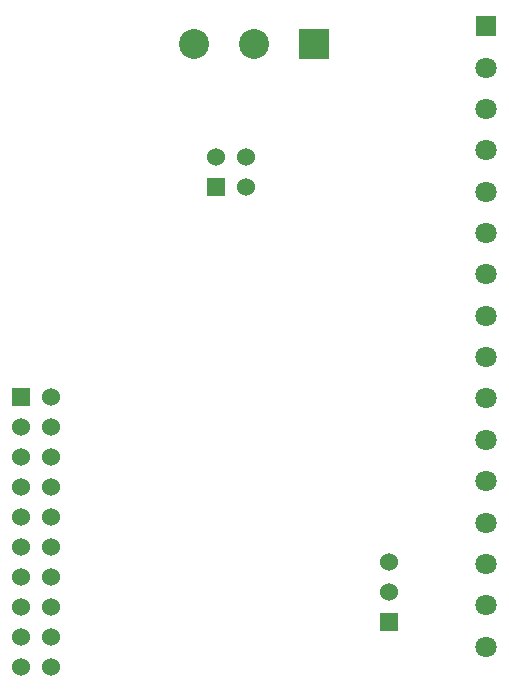
<source format=gbs>
G04 (created by PCBNEW (2013-07-07 BZR 4022)-stable) date 9/20/2014 6:20:16 AM*
%MOIN*%
G04 Gerber Fmt 3.4, Leading zero omitted, Abs format*
%FSLAX34Y34*%
G01*
G70*
G90*
G04 APERTURE LIST*
%ADD10C,0.00590551*%
%ADD11R,0.06X0.06*%
%ADD12C,0.06*%
%ADD13R,0.1X0.1*%
%ADD14C,0.1*%
%ADD15C,0.0708661*%
%ADD16R,0.0708661X0.0708661*%
G04 APERTURE END LIST*
G54D10*
G54D11*
X82250Y-57500D03*
G54D12*
X82250Y-56500D03*
X82250Y-55500D03*
G54D11*
X70000Y-50000D03*
G54D12*
X71000Y-50000D03*
X70000Y-51000D03*
X71000Y-51000D03*
X70000Y-52000D03*
X71000Y-52000D03*
X70000Y-53000D03*
X71000Y-53000D03*
X70000Y-54000D03*
X71000Y-54000D03*
X70000Y-55000D03*
X71000Y-55000D03*
X70000Y-56000D03*
X71000Y-56000D03*
X70000Y-57000D03*
X71000Y-57000D03*
X70000Y-58000D03*
X71000Y-58000D03*
X70000Y-59000D03*
X71000Y-59000D03*
G54D13*
X79750Y-38250D03*
G54D14*
X77750Y-38250D03*
X75750Y-38250D03*
G54D15*
X85500Y-58334D03*
X85500Y-56956D03*
G54D16*
X85500Y-37665D03*
G54D15*
X85500Y-39043D03*
X85500Y-40421D03*
X85500Y-41799D03*
X85500Y-43177D03*
X85500Y-44555D03*
X85500Y-45933D03*
X85500Y-47311D03*
X85500Y-48688D03*
X85500Y-50066D03*
X85500Y-51444D03*
X85500Y-52822D03*
X85500Y-54200D03*
X85500Y-55578D03*
G54D11*
X76500Y-43000D03*
G54D12*
X76500Y-42000D03*
X77500Y-43000D03*
X77500Y-42000D03*
M02*

</source>
